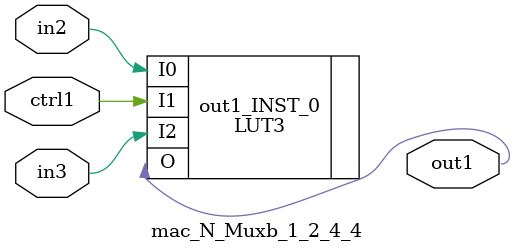
<source format=v>
`timescale 1 ps / 1 ps

(* STRUCTURAL_NETLIST = "yes" *)
module mac_N_Muxb_1_2_4_4
   (in3,
    in2,
    ctrl1,
    out1);
  input in3;
  input in2;
  input ctrl1;
  output out1;

  wire ctrl1;
  wire in2;
  wire in3;
  wire out1;

  LUT3 #(
    .INIT(8'hB8)) 
    out1_INST_0
       (.I0(in2),
        .I1(ctrl1),
        .I2(in3),
        .O(out1));
endmodule


</source>
